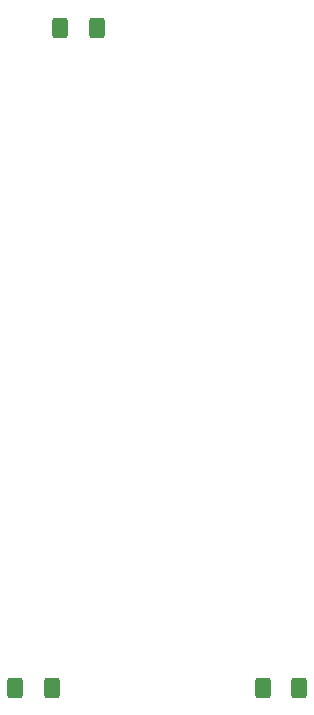
<source format=gbp>
G04 #@! TF.GenerationSoftware,KiCad,Pcbnew,7.0.9*
G04 #@! TF.CreationDate,2024-10-14T21:56:28+02:00*
G04 #@! TF.ProjectId,unister,756e6973-7465-4722-9e6b-696361645f70,rev?*
G04 #@! TF.SameCoordinates,Original*
G04 #@! TF.FileFunction,Paste,Bot*
G04 #@! TF.FilePolarity,Positive*
%FSLAX46Y46*%
G04 Gerber Fmt 4.6, Leading zero omitted, Abs format (unit mm)*
G04 Created by KiCad (PCBNEW 7.0.9) date 2024-10-14 21:56:28*
%MOMM*%
%LPD*%
G01*
G04 APERTURE LIST*
G04 Aperture macros list*
%AMRoundRect*
0 Rectangle with rounded corners*
0 $1 Rounding radius*
0 $2 $3 $4 $5 $6 $7 $8 $9 X,Y pos of 4 corners*
0 Add a 4 corners polygon primitive as box body*
4,1,4,$2,$3,$4,$5,$6,$7,$8,$9,$2,$3,0*
0 Add four circle primitives for the rounded corners*
1,1,$1+$1,$2,$3*
1,1,$1+$1,$4,$5*
1,1,$1+$1,$6,$7*
1,1,$1+$1,$8,$9*
0 Add four rect primitives between the rounded corners*
20,1,$1+$1,$2,$3,$4,$5,0*
20,1,$1+$1,$4,$5,$6,$7,0*
20,1,$1+$1,$6,$7,$8,$9,0*
20,1,$1+$1,$8,$9,$2,$3,0*%
G04 Aperture macros list end*
%ADD10RoundRect,0.250000X-0.400000X-0.625000X0.400000X-0.625000X0.400000X0.625000X-0.400000X0.625000X0*%
%ADD11RoundRect,0.250000X0.400000X0.625000X-0.400000X0.625000X-0.400000X-0.625000X0.400000X-0.625000X0*%
G04 APERTURE END LIST*
D10*
X182600000Y-55245000D03*
X185700000Y-55245000D03*
D11*
X202845000Y-111125000D03*
X199745000Y-111125000D03*
X181890000Y-111125000D03*
X178790000Y-111125000D03*
M02*

</source>
